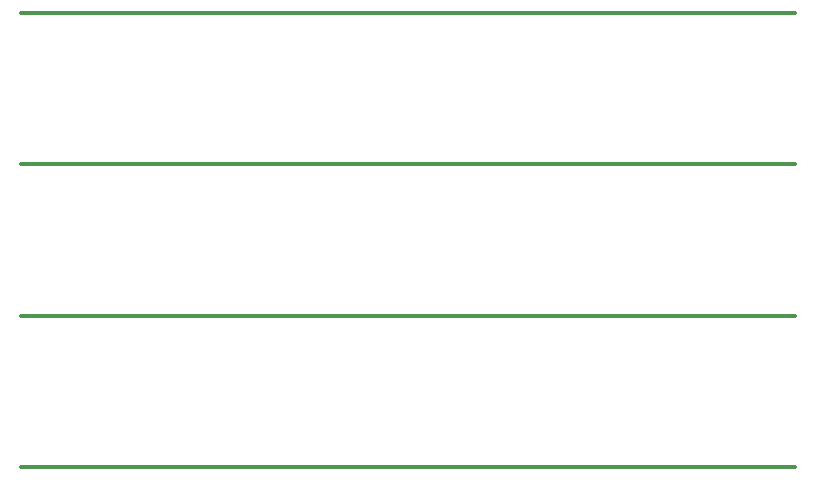
<source format=gbr>
%FSTAX24Y24*%
%MOIN*%
%IN AUX11.GBR *%
%ADD10C,0.0120*%
D10*Y003937D02*G01X025787D01*Y008976D02*X0D01*Y019055D02*X025787D01*
X0Y014016D02*X025787D01*
M02*
</source>
